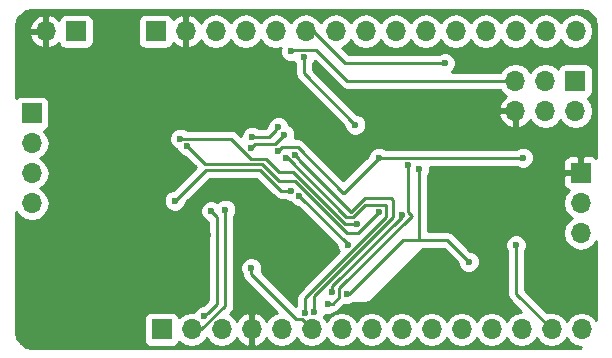
<source format=gbr>
G04 #@! TF.FileFunction,Copper,L2,Bot,Signal*
%FSLAX46Y46*%
G04 Gerber Fmt 4.6, Leading zero omitted, Abs format (unit mm)*
G04 Created by KiCad (PCBNEW 4.0.7) date 01/27/18 13:27:30*
%MOMM*%
%LPD*%
G01*
G04 APERTURE LIST*
%ADD10C,0.100000*%
%ADD11R,1.700000X1.700000*%
%ADD12O,1.700000X1.700000*%
%ADD13C,0.600000*%
%ADD14C,0.250000*%
%ADD15C,0.400000*%
%ADD16C,0.254000*%
G04 APERTURE END LIST*
D10*
D11*
X135500000Y-99500000D03*
D12*
X135500000Y-102040000D03*
X135500000Y-104580000D03*
D11*
X135040000Y-91710000D03*
D12*
X135040000Y-94250000D03*
X132500000Y-91710000D03*
X132500000Y-94250000D03*
X129960000Y-91710000D03*
X129960000Y-94250000D03*
D11*
X100000000Y-112750000D03*
D12*
X102540000Y-112750000D03*
X105080000Y-112750000D03*
X107620000Y-112750000D03*
X110160000Y-112750000D03*
X112700000Y-112750000D03*
X115240000Y-112750000D03*
X117780000Y-112750000D03*
X120320000Y-112750000D03*
X122860000Y-112750000D03*
X125400000Y-112750000D03*
X127940000Y-112750000D03*
X130480000Y-112750000D03*
X133020000Y-112750000D03*
X135560000Y-112750000D03*
D11*
X99500000Y-87500000D03*
D12*
X102040000Y-87500000D03*
X104580000Y-87500000D03*
X107120000Y-87500000D03*
X109660000Y-87500000D03*
X112200000Y-87500000D03*
X114740000Y-87500000D03*
X117280000Y-87500000D03*
X119820000Y-87500000D03*
X122360000Y-87500000D03*
X124900000Y-87500000D03*
X127440000Y-87500000D03*
X129980000Y-87500000D03*
X132520000Y-87500000D03*
X135060000Y-87500000D03*
D11*
X92750000Y-87500000D03*
D12*
X90210000Y-87500000D03*
D11*
X89000000Y-94460000D03*
D12*
X89000000Y-97000000D03*
X89000000Y-99540000D03*
X89000000Y-102080000D03*
D13*
X103618587Y-111625010D03*
X109900234Y-95625296D03*
X107652986Y-96441042D03*
X111000000Y-89200000D03*
X104200385Y-102717685D03*
X110233333Y-108106275D03*
X115470037Y-99949727D03*
X103900003Y-104718789D03*
X104825395Y-101000000D03*
X107400000Y-101800000D03*
X107600000Y-103400000D03*
X107200000Y-100600000D03*
X113949988Y-105400000D03*
X112600000Y-105400000D03*
X117024789Y-96805990D03*
X101850008Y-99149387D03*
X100600000Y-99000000D03*
X107820010Y-91965661D03*
X107300009Y-93600000D03*
X104200000Y-95400000D03*
X96200000Y-89200000D03*
X96000002Y-92000000D03*
X95800000Y-104400000D03*
X94400000Y-103400000D03*
X89600000Y-109600000D03*
X102000000Y-107200000D03*
X109800000Y-107600000D03*
X114750000Y-98850000D03*
X102650002Y-90000000D03*
X104400000Y-91600000D03*
X130899998Y-103200000D03*
X93391229Y-100530264D03*
X93407497Y-99895806D03*
X93286454Y-96637942D03*
X93235813Y-95988814D03*
X109850005Y-97652563D03*
X130600000Y-98200000D03*
X118400000Y-98200000D03*
X111309567Y-97988063D03*
X112942033Y-111245158D03*
X110400000Y-96249998D03*
X107600000Y-97400000D03*
X105400000Y-102600000D03*
X110560939Y-98270152D03*
X112148943Y-111350170D03*
X110998924Y-100992042D03*
X107595090Y-107558950D03*
X101123569Y-101843877D03*
X115770032Y-105570032D03*
X111659046Y-101443992D03*
X116523427Y-103790690D03*
X101600000Y-96600000D03*
X118374990Y-102825010D03*
X102165694Y-97225010D03*
X120322648Y-103097647D03*
X114430023Y-109549170D03*
X130000000Y-105600000D03*
X115680035Y-109747434D03*
X126000000Y-107000000D03*
X121800000Y-99200000D03*
X112062105Y-89718852D03*
X116400000Y-95400000D03*
X124000000Y-90200000D03*
X114066807Y-110589576D03*
X120864906Y-98861265D03*
D14*
X103918586Y-111325011D02*
X103618587Y-111625010D01*
X104682233Y-103199533D02*
X104682233Y-110561364D01*
X104200385Y-102717685D02*
X104682233Y-103199533D01*
X104682233Y-110561364D02*
X103918586Y-111325011D01*
X109600235Y-95925295D02*
X109900234Y-95625296D01*
X109084488Y-96441042D02*
X109600235Y-95925295D01*
X107652986Y-96441042D02*
X109084488Y-96441042D01*
X115718900Y-91710000D02*
X113102742Y-89093842D01*
X113102742Y-89093842D02*
X111106158Y-89093842D01*
X129960000Y-91710000D02*
X115718900Y-91710000D01*
X111106158Y-89093842D02*
X111000000Y-89200000D01*
X114750000Y-98850000D02*
X115470037Y-99570037D01*
X115470037Y-99570037D02*
X115470037Y-99949727D01*
X116794010Y-96805990D02*
X117024789Y-96805990D01*
X114750000Y-98850000D02*
X116794010Y-96805990D01*
X118400000Y-98200000D02*
X115418205Y-101181795D01*
X111511930Y-97306528D02*
X110196040Y-97306528D01*
X110196040Y-97306528D02*
X110150004Y-97352564D01*
X115418205Y-101181795D02*
X115387197Y-101181795D01*
X115387197Y-101181795D02*
X111511930Y-97306528D01*
X110150004Y-97352564D02*
X109850005Y-97652563D01*
X118400000Y-98200000D02*
X130600000Y-98200000D01*
X111609566Y-98409566D02*
X111609566Y-98288062D01*
X116000002Y-102799998D02*
X115999998Y-102799998D01*
X115999998Y-102799998D02*
X111609566Y-98409566D01*
X112942033Y-111245158D02*
X112942033Y-109918339D01*
X119600000Y-103260372D02*
X119600000Y-101800000D01*
X111609566Y-98288062D02*
X111309567Y-97988063D01*
X117200000Y-101600000D02*
X116000002Y-102799998D01*
X119400000Y-101600000D02*
X117200000Y-101600000D01*
X119600000Y-101800000D02*
X119400000Y-101600000D01*
X112942033Y-109918339D02*
X119600000Y-103260372D01*
X109596879Y-97053119D02*
X110100001Y-96549997D01*
X107600000Y-97400000D02*
X107946881Y-97053119D01*
X107946881Y-97053119D02*
X109596879Y-97053119D01*
X110100001Y-96549997D02*
X110400000Y-96249998D01*
X102540000Y-112750000D02*
X103383042Y-112750000D01*
X105400000Y-110733042D02*
X105400000Y-103024264D01*
X103383042Y-112750000D02*
X105400000Y-110733042D01*
X105400000Y-103024264D02*
X105400000Y-102600000D01*
X115651201Y-103250009D02*
X110671344Y-98270152D01*
X110671344Y-98270152D02*
X110560939Y-98270152D01*
X112148943Y-110075019D02*
X119000000Y-103223962D01*
X119000000Y-103223962D02*
X119000000Y-102200000D01*
X119000000Y-102200000D02*
X117236410Y-102200000D01*
X117236410Y-102200000D02*
X116186401Y-103250009D01*
X116186401Y-103250009D02*
X115651201Y-103250009D01*
X112148943Y-111350170D02*
X112148943Y-110075019D01*
X107595090Y-107558950D02*
X107595090Y-108077136D01*
X107595090Y-108077136D02*
X111417955Y-111900001D01*
X111417955Y-111900001D02*
X111850001Y-111900001D01*
X111850001Y-111900001D02*
X112700000Y-112750000D01*
D15*
X112524768Y-112750000D02*
X112700000Y-112750000D01*
D14*
X103749457Y-99217989D02*
X108350335Y-99217989D01*
X110574660Y-100992042D02*
X110998924Y-100992042D01*
X101123569Y-101843877D02*
X103749457Y-99217989D01*
X108350335Y-99217989D02*
X110124388Y-100992042D01*
X110124388Y-100992042D02*
X110574660Y-100992042D01*
X115770032Y-105554978D02*
X115770032Y-105570032D01*
X111659046Y-101443992D02*
X115770032Y-105554978D01*
X111151810Y-99388219D02*
X115554281Y-103790690D01*
X105874998Y-96600000D02*
X107592965Y-98317967D01*
X115554281Y-103790690D02*
X116099163Y-103790690D01*
X108865122Y-98317967D02*
X109935374Y-99388219D01*
X109935374Y-99388219D02*
X111151810Y-99388219D01*
X101600000Y-96600000D02*
X105874998Y-96600000D01*
X107592965Y-98317967D02*
X108865122Y-98317967D01*
X116099163Y-103790690D02*
X116523427Y-103790690D01*
X109918788Y-100150031D02*
X111277211Y-100150031D01*
X111277211Y-100150031D02*
X115677169Y-104549989D01*
X103708662Y-98767978D02*
X108536735Y-98767978D01*
X115677169Y-104549989D02*
X116650011Y-104549989D01*
X116650011Y-104549989D02*
X118074991Y-103125009D01*
X118074991Y-103125009D02*
X118374990Y-102825010D01*
X108536735Y-98767978D02*
X109918788Y-100150031D01*
X102165694Y-97225010D02*
X103708662Y-98767978D01*
X120322648Y-103192019D02*
X120322648Y-103097647D01*
X114430023Y-109084644D02*
X120322648Y-103192019D01*
X114430023Y-109549170D02*
X114430023Y-109084644D01*
X130000000Y-105600000D02*
X130000000Y-109730000D01*
X130000000Y-109730000D02*
X133020000Y-112750000D01*
X121800000Y-105200000D02*
X120426528Y-105200000D01*
X120426528Y-105200000D02*
X115879094Y-109747434D01*
X115879094Y-109747434D02*
X115680035Y-109747434D01*
X121800000Y-99200000D02*
X121800000Y-105200000D01*
X121800000Y-105200000D02*
X124200000Y-105200000D01*
X124200000Y-105200000D02*
X126000000Y-107000000D01*
X112062105Y-90143116D02*
X112062105Y-89718852D01*
X112062105Y-91062105D02*
X112062105Y-90143116D01*
X116400000Y-95400000D02*
X112062105Y-91062105D01*
X115525004Y-90200000D02*
X112825004Y-87500000D01*
X112825004Y-87500000D02*
X112200000Y-87500000D01*
X124000000Y-90200000D02*
X115525004Y-90200000D01*
X120864906Y-98861265D02*
X120864906Y-102776290D01*
X120864906Y-102776290D02*
X121188615Y-103099999D01*
X121188615Y-103099999D02*
X121204194Y-103099999D01*
X121204194Y-103099999D02*
X115055025Y-109249168D01*
X115055025Y-109249168D02*
X115055025Y-110025622D01*
X115055025Y-110025622D02*
X114491071Y-110589576D01*
X114491071Y-110589576D02*
X114066807Y-110589576D01*
D16*
G36*
X135998094Y-85797497D02*
X136179687Y-85918833D01*
X136581167Y-86320313D01*
X136702503Y-86501906D01*
X136815000Y-87067466D01*
X136815000Y-98216974D01*
X136709698Y-98111673D01*
X136476309Y-98015000D01*
X135785750Y-98015000D01*
X135627000Y-98173750D01*
X135627000Y-99373000D01*
X135647000Y-99373000D01*
X135647000Y-99627000D01*
X135627000Y-99627000D01*
X135627000Y-99647000D01*
X135373000Y-99647000D01*
X135373000Y-99627000D01*
X134173750Y-99627000D01*
X134015000Y-99785750D01*
X134015000Y-100476310D01*
X134111673Y-100709699D01*
X134290302Y-100888327D01*
X134464777Y-100960597D01*
X134420853Y-100989946D01*
X134098946Y-101471715D01*
X133985907Y-102040000D01*
X134098946Y-102608285D01*
X134420853Y-103090054D01*
X134750026Y-103310000D01*
X134420853Y-103529946D01*
X134098946Y-104011715D01*
X133985907Y-104580000D01*
X134098946Y-105148285D01*
X134420853Y-105630054D01*
X134902622Y-105951961D01*
X135470907Y-106065000D01*
X135529093Y-106065000D01*
X136097378Y-105951961D01*
X136579147Y-105630054D01*
X136815000Y-105277074D01*
X136815000Y-111977577D01*
X136610054Y-111670853D01*
X136128285Y-111348946D01*
X135560000Y-111235907D01*
X134991715Y-111348946D01*
X134509946Y-111670853D01*
X134290000Y-112000026D01*
X134070054Y-111670853D01*
X133588285Y-111348946D01*
X133020000Y-111235907D01*
X132653592Y-111308790D01*
X130760000Y-109415198D01*
X130760000Y-106162463D01*
X130792192Y-106130327D01*
X130934838Y-105786799D01*
X130935162Y-105414833D01*
X130793117Y-105071057D01*
X130530327Y-104807808D01*
X130186799Y-104665162D01*
X129814833Y-104664838D01*
X129471057Y-104806883D01*
X129207808Y-105069673D01*
X129065162Y-105413201D01*
X129064838Y-105785167D01*
X129206883Y-106128943D01*
X129240000Y-106162118D01*
X129240000Y-109730000D01*
X129297852Y-110020839D01*
X129462599Y-110267401D01*
X130439217Y-111244019D01*
X129911715Y-111348946D01*
X129429946Y-111670853D01*
X129210000Y-112000026D01*
X128990054Y-111670853D01*
X128508285Y-111348946D01*
X127940000Y-111235907D01*
X127371715Y-111348946D01*
X126889946Y-111670853D01*
X126670000Y-112000026D01*
X126450054Y-111670853D01*
X125968285Y-111348946D01*
X125400000Y-111235907D01*
X124831715Y-111348946D01*
X124349946Y-111670853D01*
X124130000Y-112000026D01*
X123910054Y-111670853D01*
X123428285Y-111348946D01*
X122860000Y-111235907D01*
X122291715Y-111348946D01*
X121809946Y-111670853D01*
X121590000Y-112000026D01*
X121370054Y-111670853D01*
X120888285Y-111348946D01*
X120320000Y-111235907D01*
X119751715Y-111348946D01*
X119269946Y-111670853D01*
X119050000Y-112000026D01*
X118830054Y-111670853D01*
X118348285Y-111348946D01*
X117780000Y-111235907D01*
X117211715Y-111348946D01*
X116729946Y-111670853D01*
X116510000Y-112000026D01*
X116290054Y-111670853D01*
X115808285Y-111348946D01*
X115240000Y-111235907D01*
X114671715Y-111348946D01*
X114189946Y-111670853D01*
X113970000Y-112000026D01*
X113767087Y-111696345D01*
X113844587Y-111509706D01*
X113880008Y-111524414D01*
X114251974Y-111524738D01*
X114595750Y-111382693D01*
X114663229Y-111315331D01*
X114781910Y-111291724D01*
X115028472Y-111126977D01*
X115479062Y-110676387D01*
X115493236Y-110682272D01*
X115865202Y-110682596D01*
X116208978Y-110540551D01*
X116242153Y-110507434D01*
X117252566Y-110507434D01*
X117543405Y-110449582D01*
X117789967Y-110284835D01*
X122114802Y-105960000D01*
X123885198Y-105960000D01*
X125064878Y-107139680D01*
X125064838Y-107185167D01*
X125206883Y-107528943D01*
X125469673Y-107792192D01*
X125813201Y-107934838D01*
X126185167Y-107935162D01*
X126528943Y-107793117D01*
X126792192Y-107530327D01*
X126934838Y-107186799D01*
X126935162Y-106814833D01*
X126793117Y-106471057D01*
X126530327Y-106207808D01*
X126186799Y-106065162D01*
X126139923Y-106065121D01*
X124737401Y-104662599D01*
X124490839Y-104497852D01*
X124200000Y-104440000D01*
X122560000Y-104440000D01*
X122560000Y-99762463D01*
X122592192Y-99730327D01*
X122734838Y-99386799D01*
X122735162Y-99014833D01*
X122712506Y-98960000D01*
X130037537Y-98960000D01*
X130069673Y-98992192D01*
X130413201Y-99134838D01*
X130785167Y-99135162D01*
X131128943Y-98993117D01*
X131392192Y-98730327D01*
X131477995Y-98523690D01*
X134015000Y-98523690D01*
X134015000Y-99214250D01*
X134173750Y-99373000D01*
X135373000Y-99373000D01*
X135373000Y-98173750D01*
X135214250Y-98015000D01*
X134523691Y-98015000D01*
X134290302Y-98111673D01*
X134111673Y-98290301D01*
X134015000Y-98523690D01*
X131477995Y-98523690D01*
X131534838Y-98386799D01*
X131535162Y-98014833D01*
X131393117Y-97671057D01*
X131130327Y-97407808D01*
X130786799Y-97265162D01*
X130414833Y-97264838D01*
X130071057Y-97406883D01*
X130037882Y-97440000D01*
X118962463Y-97440000D01*
X118930327Y-97407808D01*
X118586799Y-97265162D01*
X118214833Y-97264838D01*
X117871057Y-97406883D01*
X117607808Y-97669673D01*
X117465162Y-98013201D01*
X117465121Y-98060077D01*
X115402701Y-100122497D01*
X112049331Y-96769127D01*
X111802769Y-96604380D01*
X111511930Y-96546528D01*
X111289273Y-96546528D01*
X111334838Y-96436797D01*
X111335162Y-96064831D01*
X111193117Y-95721055D01*
X110930327Y-95457806D01*
X110824552Y-95413884D01*
X110693351Y-95096353D01*
X110430561Y-94833104D01*
X110087033Y-94690458D01*
X109715067Y-94690134D01*
X109371291Y-94832179D01*
X109108042Y-95094969D01*
X108965396Y-95438497D01*
X108965355Y-95485373D01*
X108769686Y-95681042D01*
X108215449Y-95681042D01*
X108183313Y-95648850D01*
X107839785Y-95506204D01*
X107467819Y-95505880D01*
X107124043Y-95647925D01*
X106860794Y-95910715D01*
X106718148Y-96254243D01*
X106718049Y-96368249D01*
X106412399Y-96062599D01*
X106165837Y-95897852D01*
X105874998Y-95840000D01*
X102162463Y-95840000D01*
X102130327Y-95807808D01*
X101786799Y-95665162D01*
X101414833Y-95664838D01*
X101071057Y-95806883D01*
X100807808Y-96069673D01*
X100665162Y-96413201D01*
X100664838Y-96785167D01*
X100806883Y-97128943D01*
X101069673Y-97392192D01*
X101254877Y-97469096D01*
X101372577Y-97753953D01*
X101635367Y-98017202D01*
X101978895Y-98159848D01*
X102025771Y-98159889D01*
X102879263Y-99013381D01*
X100983889Y-100908755D01*
X100938402Y-100908715D01*
X100594626Y-101050760D01*
X100331377Y-101313550D01*
X100188731Y-101657078D01*
X100188407Y-102029044D01*
X100330452Y-102372820D01*
X100593242Y-102636069D01*
X100936770Y-102778715D01*
X101308736Y-102779039D01*
X101652512Y-102636994D01*
X101915761Y-102374204D01*
X102058407Y-102030676D01*
X102058448Y-101983800D01*
X104064259Y-99977989D01*
X108035533Y-99977989D01*
X109586987Y-101529443D01*
X109833549Y-101694190D01*
X110124388Y-101752042D01*
X110436461Y-101752042D01*
X110468597Y-101784234D01*
X110812125Y-101926880D01*
X110846912Y-101926910D01*
X110865929Y-101972935D01*
X111128719Y-102236184D01*
X111472247Y-102378830D01*
X111519123Y-102378871D01*
X114834923Y-105694671D01*
X114834870Y-105755199D01*
X114976915Y-106098975D01*
X115013518Y-106135642D01*
X111611542Y-109537618D01*
X111446795Y-109784180D01*
X111388943Y-110075019D01*
X111388943Y-110787707D01*
X111384699Y-110791943D01*
X108473763Y-107881007D01*
X108529928Y-107745749D01*
X108530252Y-107373783D01*
X108388207Y-107030007D01*
X108125417Y-106766758D01*
X107781889Y-106624112D01*
X107409923Y-106623788D01*
X107066147Y-106765833D01*
X106802898Y-107028623D01*
X106660252Y-107372151D01*
X106659928Y-107744117D01*
X106801973Y-108087893D01*
X106846003Y-108132000D01*
X106892942Y-108367975D01*
X107057689Y-108614537D01*
X109758852Y-111315700D01*
X109591715Y-111348946D01*
X109109946Y-111670853D01*
X108882298Y-112011553D01*
X108815183Y-111868642D01*
X108386924Y-111478355D01*
X107976890Y-111308524D01*
X107747000Y-111429845D01*
X107747000Y-112623000D01*
X107767000Y-112623000D01*
X107767000Y-112877000D01*
X107747000Y-112877000D01*
X107747000Y-114070155D01*
X107976890Y-114191476D01*
X108386924Y-114021645D01*
X108815183Y-113631358D01*
X108882298Y-113488447D01*
X109109946Y-113829147D01*
X109591715Y-114151054D01*
X110160000Y-114264093D01*
X110728285Y-114151054D01*
X111210054Y-113829147D01*
X111430000Y-113499974D01*
X111649946Y-113829147D01*
X112131715Y-114151054D01*
X112700000Y-114264093D01*
X113268285Y-114151054D01*
X113750054Y-113829147D01*
X113970000Y-113499974D01*
X114189946Y-113829147D01*
X114671715Y-114151054D01*
X115240000Y-114264093D01*
X115808285Y-114151054D01*
X116290054Y-113829147D01*
X116510000Y-113499974D01*
X116729946Y-113829147D01*
X117211715Y-114151054D01*
X117780000Y-114264093D01*
X118348285Y-114151054D01*
X118830054Y-113829147D01*
X119050000Y-113499974D01*
X119269946Y-113829147D01*
X119751715Y-114151054D01*
X120320000Y-114264093D01*
X120888285Y-114151054D01*
X121370054Y-113829147D01*
X121590000Y-113499974D01*
X121809946Y-113829147D01*
X122291715Y-114151054D01*
X122860000Y-114264093D01*
X123428285Y-114151054D01*
X123910054Y-113829147D01*
X124130000Y-113499974D01*
X124349946Y-113829147D01*
X124831715Y-114151054D01*
X125400000Y-114264093D01*
X125968285Y-114151054D01*
X126450054Y-113829147D01*
X126670000Y-113499974D01*
X126889946Y-113829147D01*
X127371715Y-114151054D01*
X127940000Y-114264093D01*
X128508285Y-114151054D01*
X128990054Y-113829147D01*
X129210000Y-113499974D01*
X129429946Y-113829147D01*
X129911715Y-114151054D01*
X130480000Y-114264093D01*
X131048285Y-114151054D01*
X131530054Y-113829147D01*
X131750000Y-113499974D01*
X131969946Y-113829147D01*
X132451715Y-114151054D01*
X133020000Y-114264093D01*
X133588285Y-114151054D01*
X134070054Y-113829147D01*
X134290000Y-113499974D01*
X134509946Y-113829147D01*
X134991715Y-114151054D01*
X135498593Y-114251878D01*
X135424951Y-114315000D01*
X89067466Y-114315000D01*
X88501906Y-114202503D01*
X88079643Y-113920357D01*
X87797497Y-113498094D01*
X87685000Y-112932533D01*
X87685000Y-111900000D01*
X98502560Y-111900000D01*
X98502560Y-113600000D01*
X98546838Y-113835317D01*
X98685910Y-114051441D01*
X98898110Y-114196431D01*
X99150000Y-114247440D01*
X100850000Y-114247440D01*
X101085317Y-114203162D01*
X101301441Y-114064090D01*
X101446431Y-113851890D01*
X101460086Y-113784459D01*
X101489946Y-113829147D01*
X101971715Y-114151054D01*
X102540000Y-114264093D01*
X103108285Y-114151054D01*
X103590054Y-113829147D01*
X103810000Y-113499974D01*
X104029946Y-113829147D01*
X104511715Y-114151054D01*
X105080000Y-114264093D01*
X105648285Y-114151054D01*
X106130054Y-113829147D01*
X106357702Y-113488447D01*
X106424817Y-113631358D01*
X106853076Y-114021645D01*
X107263110Y-114191476D01*
X107493000Y-114070155D01*
X107493000Y-112877000D01*
X107473000Y-112877000D01*
X107473000Y-112623000D01*
X107493000Y-112623000D01*
X107493000Y-111429845D01*
X107263110Y-111308524D01*
X106853076Y-111478355D01*
X106424817Y-111868642D01*
X106357702Y-112011553D01*
X106130054Y-111670853D01*
X105774538Y-111433306D01*
X105937401Y-111270443D01*
X106102148Y-111023882D01*
X106160000Y-110733042D01*
X106160000Y-103162463D01*
X106192192Y-103130327D01*
X106334838Y-102786799D01*
X106335162Y-102414833D01*
X106193117Y-102071057D01*
X105930327Y-101807808D01*
X105586799Y-101665162D01*
X105214833Y-101664838D01*
X104871057Y-101806883D01*
X104741457Y-101936257D01*
X104730712Y-101925493D01*
X104387184Y-101782847D01*
X104015218Y-101782523D01*
X103671442Y-101924568D01*
X103408193Y-102187358D01*
X103265547Y-102530886D01*
X103265223Y-102902852D01*
X103407268Y-103246628D01*
X103670058Y-103509877D01*
X103922233Y-103614590D01*
X103922233Y-110246562D01*
X103478907Y-110689888D01*
X103433420Y-110689848D01*
X103089644Y-110831893D01*
X102826395Y-111094683D01*
X102750377Y-111277754D01*
X102540000Y-111235907D01*
X101971715Y-111348946D01*
X101489946Y-111670853D01*
X101462150Y-111712452D01*
X101453162Y-111664683D01*
X101314090Y-111448559D01*
X101101890Y-111303569D01*
X100850000Y-111252560D01*
X99150000Y-111252560D01*
X98914683Y-111296838D01*
X98698559Y-111435910D01*
X98553569Y-111648110D01*
X98502560Y-111900000D01*
X87685000Y-111900000D01*
X87685000Y-102777074D01*
X87920853Y-103130054D01*
X88402622Y-103451961D01*
X88970907Y-103565000D01*
X89029093Y-103565000D01*
X89597378Y-103451961D01*
X90079147Y-103130054D01*
X90401054Y-102648285D01*
X90514093Y-102080000D01*
X90401054Y-101511715D01*
X90079147Y-101029946D01*
X89749974Y-100810000D01*
X90079147Y-100590054D01*
X90401054Y-100108285D01*
X90514093Y-99540000D01*
X90401054Y-98971715D01*
X90079147Y-98489946D01*
X89749974Y-98270000D01*
X90079147Y-98050054D01*
X90401054Y-97568285D01*
X90514093Y-97000000D01*
X90401054Y-96431715D01*
X90079147Y-95949946D01*
X90037548Y-95922150D01*
X90085317Y-95913162D01*
X90301441Y-95774090D01*
X90446431Y-95561890D01*
X90497440Y-95310000D01*
X90497440Y-93610000D01*
X90453162Y-93374683D01*
X90314090Y-93158559D01*
X90101890Y-93013569D01*
X89850000Y-92962560D01*
X88150000Y-92962560D01*
X87914683Y-93006838D01*
X87698559Y-93145910D01*
X87685000Y-93165754D01*
X87685000Y-87856892D01*
X88768514Y-87856892D01*
X89014817Y-88381358D01*
X89443076Y-88771645D01*
X89853110Y-88941476D01*
X90083000Y-88820155D01*
X90083000Y-87627000D01*
X88889181Y-87627000D01*
X88768514Y-87856892D01*
X87685000Y-87856892D01*
X87685000Y-87143108D01*
X88768514Y-87143108D01*
X88889181Y-87373000D01*
X90083000Y-87373000D01*
X90083000Y-86179845D01*
X90337000Y-86179845D01*
X90337000Y-87373000D01*
X90357000Y-87373000D01*
X90357000Y-87627000D01*
X90337000Y-87627000D01*
X90337000Y-88820155D01*
X90566890Y-88941476D01*
X90976924Y-88771645D01*
X91279937Y-88495499D01*
X91296838Y-88585317D01*
X91435910Y-88801441D01*
X91648110Y-88946431D01*
X91900000Y-88997440D01*
X93600000Y-88997440D01*
X93835317Y-88953162D01*
X94051441Y-88814090D01*
X94196431Y-88601890D01*
X94247440Y-88350000D01*
X94247440Y-86650000D01*
X98002560Y-86650000D01*
X98002560Y-88350000D01*
X98046838Y-88585317D01*
X98185910Y-88801441D01*
X98398110Y-88946431D01*
X98650000Y-88997440D01*
X100350000Y-88997440D01*
X100585317Y-88953162D01*
X100801441Y-88814090D01*
X100946431Y-88601890D01*
X100968301Y-88493893D01*
X101273076Y-88771645D01*
X101683110Y-88941476D01*
X101913000Y-88820155D01*
X101913000Y-87627000D01*
X101893000Y-87627000D01*
X101893000Y-87373000D01*
X101913000Y-87373000D01*
X101913000Y-86179845D01*
X102167000Y-86179845D01*
X102167000Y-87373000D01*
X102187000Y-87373000D01*
X102187000Y-87627000D01*
X102167000Y-87627000D01*
X102167000Y-88820155D01*
X102396890Y-88941476D01*
X102806924Y-88771645D01*
X103235183Y-88381358D01*
X103302298Y-88238447D01*
X103529946Y-88579147D01*
X104011715Y-88901054D01*
X104580000Y-89014093D01*
X105148285Y-88901054D01*
X105630054Y-88579147D01*
X105850000Y-88249974D01*
X106069946Y-88579147D01*
X106551715Y-88901054D01*
X107120000Y-89014093D01*
X107688285Y-88901054D01*
X108170054Y-88579147D01*
X108390000Y-88249974D01*
X108609946Y-88579147D01*
X109091715Y-88901054D01*
X109660000Y-89014093D01*
X110101236Y-88926326D01*
X110065162Y-89013201D01*
X110064838Y-89385167D01*
X110206883Y-89728943D01*
X110469673Y-89992192D01*
X110813201Y-90134838D01*
X111185167Y-90135162D01*
X111217012Y-90122004D01*
X111268988Y-90247795D01*
X111302105Y-90280970D01*
X111302105Y-91062105D01*
X111359957Y-91352944D01*
X111524704Y-91599506D01*
X115464878Y-95539680D01*
X115464838Y-95585167D01*
X115606883Y-95928943D01*
X115869673Y-96192192D01*
X116213201Y-96334838D01*
X116585167Y-96335162D01*
X116928943Y-96193117D01*
X117192192Y-95930327D01*
X117334838Y-95586799D01*
X117335162Y-95214833D01*
X117193117Y-94871057D01*
X116930327Y-94607808D01*
X116928122Y-94606892D01*
X128518514Y-94606892D01*
X128764817Y-95131358D01*
X129193076Y-95521645D01*
X129603110Y-95691476D01*
X129833000Y-95570155D01*
X129833000Y-94377000D01*
X128639181Y-94377000D01*
X128518514Y-94606892D01*
X116928122Y-94606892D01*
X116586799Y-94465162D01*
X116539923Y-94465121D01*
X112822105Y-90747303D01*
X112822105Y-90281315D01*
X112854297Y-90249179D01*
X112950821Y-90016723D01*
X115181499Y-92247401D01*
X115428061Y-92412148D01*
X115718900Y-92470000D01*
X128696699Y-92470000D01*
X128909946Y-92789147D01*
X129193101Y-92978345D01*
X129193076Y-92978355D01*
X128764817Y-93368642D01*
X128518514Y-93893108D01*
X128639181Y-94123000D01*
X129833000Y-94123000D01*
X129833000Y-94103000D01*
X130087000Y-94103000D01*
X130087000Y-94123000D01*
X130107000Y-94123000D01*
X130107000Y-94377000D01*
X130087000Y-94377000D01*
X130087000Y-95570155D01*
X130316890Y-95691476D01*
X130726924Y-95521645D01*
X131155183Y-95131358D01*
X131222298Y-94988447D01*
X131449946Y-95329147D01*
X131931715Y-95651054D01*
X132500000Y-95764093D01*
X133068285Y-95651054D01*
X133550054Y-95329147D01*
X133770000Y-94999974D01*
X133989946Y-95329147D01*
X134471715Y-95651054D01*
X135040000Y-95764093D01*
X135608285Y-95651054D01*
X136090054Y-95329147D01*
X136411961Y-94847378D01*
X136525000Y-94279093D01*
X136525000Y-94220907D01*
X136411961Y-93652622D01*
X136090054Y-93170853D01*
X136088821Y-93170029D01*
X136125317Y-93163162D01*
X136341441Y-93024090D01*
X136486431Y-92811890D01*
X136537440Y-92560000D01*
X136537440Y-90860000D01*
X136493162Y-90624683D01*
X136354090Y-90408559D01*
X136141890Y-90263569D01*
X135890000Y-90212560D01*
X134190000Y-90212560D01*
X133954683Y-90256838D01*
X133738559Y-90395910D01*
X133593569Y-90608110D01*
X133579914Y-90675541D01*
X133550054Y-90630853D01*
X133068285Y-90308946D01*
X132500000Y-90195907D01*
X131931715Y-90308946D01*
X131449946Y-90630853D01*
X131230000Y-90960026D01*
X131010054Y-90630853D01*
X130528285Y-90308946D01*
X129960000Y-90195907D01*
X129391715Y-90308946D01*
X128909946Y-90630853D01*
X128696699Y-90950000D01*
X124572135Y-90950000D01*
X124792192Y-90730327D01*
X124934838Y-90386799D01*
X124935162Y-90014833D01*
X124793117Y-89671057D01*
X124530327Y-89407808D01*
X124186799Y-89265162D01*
X123814833Y-89264838D01*
X123471057Y-89406883D01*
X123437882Y-89440000D01*
X115839806Y-89440000D01*
X115302092Y-88902286D01*
X115308285Y-88901054D01*
X115790054Y-88579147D01*
X116010000Y-88249974D01*
X116229946Y-88579147D01*
X116711715Y-88901054D01*
X117280000Y-89014093D01*
X117848285Y-88901054D01*
X118330054Y-88579147D01*
X118550000Y-88249974D01*
X118769946Y-88579147D01*
X119251715Y-88901054D01*
X119820000Y-89014093D01*
X120388285Y-88901054D01*
X120870054Y-88579147D01*
X121090000Y-88249974D01*
X121309946Y-88579147D01*
X121791715Y-88901054D01*
X122360000Y-89014093D01*
X122928285Y-88901054D01*
X123410054Y-88579147D01*
X123630000Y-88249974D01*
X123849946Y-88579147D01*
X124331715Y-88901054D01*
X124900000Y-89014093D01*
X125468285Y-88901054D01*
X125950054Y-88579147D01*
X126170000Y-88249974D01*
X126389946Y-88579147D01*
X126871715Y-88901054D01*
X127440000Y-89014093D01*
X128008285Y-88901054D01*
X128490054Y-88579147D01*
X128710000Y-88249974D01*
X128929946Y-88579147D01*
X129411715Y-88901054D01*
X129980000Y-89014093D01*
X130548285Y-88901054D01*
X131030054Y-88579147D01*
X131250000Y-88249974D01*
X131469946Y-88579147D01*
X131951715Y-88901054D01*
X132520000Y-89014093D01*
X133088285Y-88901054D01*
X133570054Y-88579147D01*
X133790000Y-88249974D01*
X134009946Y-88579147D01*
X134491715Y-88901054D01*
X135060000Y-89014093D01*
X135628285Y-88901054D01*
X136110054Y-88579147D01*
X136431961Y-88097378D01*
X136545000Y-87529093D01*
X136545000Y-87470907D01*
X136431961Y-86902622D01*
X136110054Y-86420853D01*
X135628285Y-86098946D01*
X135060000Y-85985907D01*
X134491715Y-86098946D01*
X134009946Y-86420853D01*
X133790000Y-86750026D01*
X133570054Y-86420853D01*
X133088285Y-86098946D01*
X132520000Y-85985907D01*
X131951715Y-86098946D01*
X131469946Y-86420853D01*
X131250000Y-86750026D01*
X131030054Y-86420853D01*
X130548285Y-86098946D01*
X129980000Y-85985907D01*
X129411715Y-86098946D01*
X128929946Y-86420853D01*
X128710000Y-86750026D01*
X128490054Y-86420853D01*
X128008285Y-86098946D01*
X127440000Y-85985907D01*
X126871715Y-86098946D01*
X126389946Y-86420853D01*
X126170000Y-86750026D01*
X125950054Y-86420853D01*
X125468285Y-86098946D01*
X124900000Y-85985907D01*
X124331715Y-86098946D01*
X123849946Y-86420853D01*
X123630000Y-86750026D01*
X123410054Y-86420853D01*
X122928285Y-86098946D01*
X122360000Y-85985907D01*
X121791715Y-86098946D01*
X121309946Y-86420853D01*
X121090000Y-86750026D01*
X120870054Y-86420853D01*
X120388285Y-86098946D01*
X119820000Y-85985907D01*
X119251715Y-86098946D01*
X118769946Y-86420853D01*
X118550000Y-86750026D01*
X118330054Y-86420853D01*
X117848285Y-86098946D01*
X117280000Y-85985907D01*
X116711715Y-86098946D01*
X116229946Y-86420853D01*
X116010000Y-86750026D01*
X115790054Y-86420853D01*
X115308285Y-86098946D01*
X114740000Y-85985907D01*
X114171715Y-86098946D01*
X113689946Y-86420853D01*
X113470000Y-86750026D01*
X113250054Y-86420853D01*
X112768285Y-86098946D01*
X112200000Y-85985907D01*
X111631715Y-86098946D01*
X111149946Y-86420853D01*
X110930000Y-86750026D01*
X110710054Y-86420853D01*
X110228285Y-86098946D01*
X109660000Y-85985907D01*
X109091715Y-86098946D01*
X108609946Y-86420853D01*
X108390000Y-86750026D01*
X108170054Y-86420853D01*
X107688285Y-86098946D01*
X107120000Y-85985907D01*
X106551715Y-86098946D01*
X106069946Y-86420853D01*
X105850000Y-86750026D01*
X105630054Y-86420853D01*
X105148285Y-86098946D01*
X104580000Y-85985907D01*
X104011715Y-86098946D01*
X103529946Y-86420853D01*
X103302298Y-86761553D01*
X103235183Y-86618642D01*
X102806924Y-86228355D01*
X102396890Y-86058524D01*
X102167000Y-86179845D01*
X101913000Y-86179845D01*
X101683110Y-86058524D01*
X101273076Y-86228355D01*
X100970063Y-86504501D01*
X100953162Y-86414683D01*
X100814090Y-86198559D01*
X100601890Y-86053569D01*
X100350000Y-86002560D01*
X98650000Y-86002560D01*
X98414683Y-86046838D01*
X98198559Y-86185910D01*
X98053569Y-86398110D01*
X98002560Y-86650000D01*
X94247440Y-86650000D01*
X94203162Y-86414683D01*
X94064090Y-86198559D01*
X93851890Y-86053569D01*
X93600000Y-86002560D01*
X91900000Y-86002560D01*
X91664683Y-86046838D01*
X91448559Y-86185910D01*
X91303569Y-86398110D01*
X91281699Y-86506107D01*
X90976924Y-86228355D01*
X90566890Y-86058524D01*
X90337000Y-86179845D01*
X90083000Y-86179845D01*
X89853110Y-86058524D01*
X89443076Y-86228355D01*
X89014817Y-86618642D01*
X88768514Y-87143108D01*
X87685000Y-87143108D01*
X87685000Y-87067467D01*
X87797497Y-86501906D01*
X88010138Y-86183665D01*
X88314850Y-85922483D01*
X88501906Y-85797497D01*
X89067466Y-85685000D01*
X135432533Y-85685000D01*
X135998094Y-85797497D01*
X135998094Y-85797497D01*
G37*
X135998094Y-85797497D02*
X136179687Y-85918833D01*
X136581167Y-86320313D01*
X136702503Y-86501906D01*
X136815000Y-87067466D01*
X136815000Y-98216974D01*
X136709698Y-98111673D01*
X136476309Y-98015000D01*
X135785750Y-98015000D01*
X135627000Y-98173750D01*
X135627000Y-99373000D01*
X135647000Y-99373000D01*
X135647000Y-99627000D01*
X135627000Y-99627000D01*
X135627000Y-99647000D01*
X135373000Y-99647000D01*
X135373000Y-99627000D01*
X134173750Y-99627000D01*
X134015000Y-99785750D01*
X134015000Y-100476310D01*
X134111673Y-100709699D01*
X134290302Y-100888327D01*
X134464777Y-100960597D01*
X134420853Y-100989946D01*
X134098946Y-101471715D01*
X133985907Y-102040000D01*
X134098946Y-102608285D01*
X134420853Y-103090054D01*
X134750026Y-103310000D01*
X134420853Y-103529946D01*
X134098946Y-104011715D01*
X133985907Y-104580000D01*
X134098946Y-105148285D01*
X134420853Y-105630054D01*
X134902622Y-105951961D01*
X135470907Y-106065000D01*
X135529093Y-106065000D01*
X136097378Y-105951961D01*
X136579147Y-105630054D01*
X136815000Y-105277074D01*
X136815000Y-111977577D01*
X136610054Y-111670853D01*
X136128285Y-111348946D01*
X135560000Y-111235907D01*
X134991715Y-111348946D01*
X134509946Y-111670853D01*
X134290000Y-112000026D01*
X134070054Y-111670853D01*
X133588285Y-111348946D01*
X133020000Y-111235907D01*
X132653592Y-111308790D01*
X130760000Y-109415198D01*
X130760000Y-106162463D01*
X130792192Y-106130327D01*
X130934838Y-105786799D01*
X130935162Y-105414833D01*
X130793117Y-105071057D01*
X130530327Y-104807808D01*
X130186799Y-104665162D01*
X129814833Y-104664838D01*
X129471057Y-104806883D01*
X129207808Y-105069673D01*
X129065162Y-105413201D01*
X129064838Y-105785167D01*
X129206883Y-106128943D01*
X129240000Y-106162118D01*
X129240000Y-109730000D01*
X129297852Y-110020839D01*
X129462599Y-110267401D01*
X130439217Y-111244019D01*
X129911715Y-111348946D01*
X129429946Y-111670853D01*
X129210000Y-112000026D01*
X128990054Y-111670853D01*
X128508285Y-111348946D01*
X127940000Y-111235907D01*
X127371715Y-111348946D01*
X126889946Y-111670853D01*
X126670000Y-112000026D01*
X126450054Y-111670853D01*
X125968285Y-111348946D01*
X125400000Y-111235907D01*
X124831715Y-111348946D01*
X124349946Y-111670853D01*
X124130000Y-112000026D01*
X123910054Y-111670853D01*
X123428285Y-111348946D01*
X122860000Y-111235907D01*
X122291715Y-111348946D01*
X121809946Y-111670853D01*
X121590000Y-112000026D01*
X121370054Y-111670853D01*
X120888285Y-111348946D01*
X120320000Y-111235907D01*
X119751715Y-111348946D01*
X119269946Y-111670853D01*
X119050000Y-112000026D01*
X118830054Y-111670853D01*
X118348285Y-111348946D01*
X117780000Y-111235907D01*
X117211715Y-111348946D01*
X116729946Y-111670853D01*
X116510000Y-112000026D01*
X116290054Y-111670853D01*
X115808285Y-111348946D01*
X115240000Y-111235907D01*
X114671715Y-111348946D01*
X114189946Y-111670853D01*
X113970000Y-112000026D01*
X113767087Y-111696345D01*
X113844587Y-111509706D01*
X113880008Y-111524414D01*
X114251974Y-111524738D01*
X114595750Y-111382693D01*
X114663229Y-111315331D01*
X114781910Y-111291724D01*
X115028472Y-111126977D01*
X115479062Y-110676387D01*
X115493236Y-110682272D01*
X115865202Y-110682596D01*
X116208978Y-110540551D01*
X116242153Y-110507434D01*
X117252566Y-110507434D01*
X117543405Y-110449582D01*
X117789967Y-110284835D01*
X122114802Y-105960000D01*
X123885198Y-105960000D01*
X125064878Y-107139680D01*
X125064838Y-107185167D01*
X125206883Y-107528943D01*
X125469673Y-107792192D01*
X125813201Y-107934838D01*
X126185167Y-107935162D01*
X126528943Y-107793117D01*
X126792192Y-107530327D01*
X126934838Y-107186799D01*
X126935162Y-106814833D01*
X126793117Y-106471057D01*
X126530327Y-106207808D01*
X126186799Y-106065162D01*
X126139923Y-106065121D01*
X124737401Y-104662599D01*
X124490839Y-104497852D01*
X124200000Y-104440000D01*
X122560000Y-104440000D01*
X122560000Y-99762463D01*
X122592192Y-99730327D01*
X122734838Y-99386799D01*
X122735162Y-99014833D01*
X122712506Y-98960000D01*
X130037537Y-98960000D01*
X130069673Y-98992192D01*
X130413201Y-99134838D01*
X130785167Y-99135162D01*
X131128943Y-98993117D01*
X131392192Y-98730327D01*
X131477995Y-98523690D01*
X134015000Y-98523690D01*
X134015000Y-99214250D01*
X134173750Y-99373000D01*
X135373000Y-99373000D01*
X135373000Y-98173750D01*
X135214250Y-98015000D01*
X134523691Y-98015000D01*
X134290302Y-98111673D01*
X134111673Y-98290301D01*
X134015000Y-98523690D01*
X131477995Y-98523690D01*
X131534838Y-98386799D01*
X131535162Y-98014833D01*
X131393117Y-97671057D01*
X131130327Y-97407808D01*
X130786799Y-97265162D01*
X130414833Y-97264838D01*
X130071057Y-97406883D01*
X130037882Y-97440000D01*
X118962463Y-97440000D01*
X118930327Y-97407808D01*
X118586799Y-97265162D01*
X118214833Y-97264838D01*
X117871057Y-97406883D01*
X117607808Y-97669673D01*
X117465162Y-98013201D01*
X117465121Y-98060077D01*
X115402701Y-100122497D01*
X112049331Y-96769127D01*
X111802769Y-96604380D01*
X111511930Y-96546528D01*
X111289273Y-96546528D01*
X111334838Y-96436797D01*
X111335162Y-96064831D01*
X111193117Y-95721055D01*
X110930327Y-95457806D01*
X110824552Y-95413884D01*
X110693351Y-95096353D01*
X110430561Y-94833104D01*
X110087033Y-94690458D01*
X109715067Y-94690134D01*
X109371291Y-94832179D01*
X109108042Y-95094969D01*
X108965396Y-95438497D01*
X108965355Y-95485373D01*
X108769686Y-95681042D01*
X108215449Y-95681042D01*
X108183313Y-95648850D01*
X107839785Y-95506204D01*
X107467819Y-95505880D01*
X107124043Y-95647925D01*
X106860794Y-95910715D01*
X106718148Y-96254243D01*
X106718049Y-96368249D01*
X106412399Y-96062599D01*
X106165837Y-95897852D01*
X105874998Y-95840000D01*
X102162463Y-95840000D01*
X102130327Y-95807808D01*
X101786799Y-95665162D01*
X101414833Y-95664838D01*
X101071057Y-95806883D01*
X100807808Y-96069673D01*
X100665162Y-96413201D01*
X100664838Y-96785167D01*
X100806883Y-97128943D01*
X101069673Y-97392192D01*
X101254877Y-97469096D01*
X101372577Y-97753953D01*
X101635367Y-98017202D01*
X101978895Y-98159848D01*
X102025771Y-98159889D01*
X102879263Y-99013381D01*
X100983889Y-100908755D01*
X100938402Y-100908715D01*
X100594626Y-101050760D01*
X100331377Y-101313550D01*
X100188731Y-101657078D01*
X100188407Y-102029044D01*
X100330452Y-102372820D01*
X100593242Y-102636069D01*
X100936770Y-102778715D01*
X101308736Y-102779039D01*
X101652512Y-102636994D01*
X101915761Y-102374204D01*
X102058407Y-102030676D01*
X102058448Y-101983800D01*
X104064259Y-99977989D01*
X108035533Y-99977989D01*
X109586987Y-101529443D01*
X109833549Y-101694190D01*
X110124388Y-101752042D01*
X110436461Y-101752042D01*
X110468597Y-101784234D01*
X110812125Y-101926880D01*
X110846912Y-101926910D01*
X110865929Y-101972935D01*
X111128719Y-102236184D01*
X111472247Y-102378830D01*
X111519123Y-102378871D01*
X114834923Y-105694671D01*
X114834870Y-105755199D01*
X114976915Y-106098975D01*
X115013518Y-106135642D01*
X111611542Y-109537618D01*
X111446795Y-109784180D01*
X111388943Y-110075019D01*
X111388943Y-110787707D01*
X111384699Y-110791943D01*
X108473763Y-107881007D01*
X108529928Y-107745749D01*
X108530252Y-107373783D01*
X108388207Y-107030007D01*
X108125417Y-106766758D01*
X107781889Y-106624112D01*
X107409923Y-106623788D01*
X107066147Y-106765833D01*
X106802898Y-107028623D01*
X106660252Y-107372151D01*
X106659928Y-107744117D01*
X106801973Y-108087893D01*
X106846003Y-108132000D01*
X106892942Y-108367975D01*
X107057689Y-108614537D01*
X109758852Y-111315700D01*
X109591715Y-111348946D01*
X109109946Y-111670853D01*
X108882298Y-112011553D01*
X108815183Y-111868642D01*
X108386924Y-111478355D01*
X107976890Y-111308524D01*
X107747000Y-111429845D01*
X107747000Y-112623000D01*
X107767000Y-112623000D01*
X107767000Y-112877000D01*
X107747000Y-112877000D01*
X107747000Y-114070155D01*
X107976890Y-114191476D01*
X108386924Y-114021645D01*
X108815183Y-113631358D01*
X108882298Y-113488447D01*
X109109946Y-113829147D01*
X109591715Y-114151054D01*
X110160000Y-114264093D01*
X110728285Y-114151054D01*
X111210054Y-113829147D01*
X111430000Y-113499974D01*
X111649946Y-113829147D01*
X112131715Y-114151054D01*
X112700000Y-114264093D01*
X113268285Y-114151054D01*
X113750054Y-113829147D01*
X113970000Y-113499974D01*
X114189946Y-113829147D01*
X114671715Y-114151054D01*
X115240000Y-114264093D01*
X115808285Y-114151054D01*
X116290054Y-113829147D01*
X116510000Y-113499974D01*
X116729946Y-113829147D01*
X117211715Y-114151054D01*
X117780000Y-114264093D01*
X118348285Y-114151054D01*
X118830054Y-113829147D01*
X119050000Y-113499974D01*
X119269946Y-113829147D01*
X119751715Y-114151054D01*
X120320000Y-114264093D01*
X120888285Y-114151054D01*
X121370054Y-113829147D01*
X121590000Y-113499974D01*
X121809946Y-113829147D01*
X122291715Y-114151054D01*
X122860000Y-114264093D01*
X123428285Y-114151054D01*
X123910054Y-113829147D01*
X124130000Y-113499974D01*
X124349946Y-113829147D01*
X124831715Y-114151054D01*
X125400000Y-114264093D01*
X125968285Y-114151054D01*
X126450054Y-113829147D01*
X126670000Y-113499974D01*
X126889946Y-113829147D01*
X127371715Y-114151054D01*
X127940000Y-114264093D01*
X128508285Y-114151054D01*
X128990054Y-113829147D01*
X129210000Y-113499974D01*
X129429946Y-113829147D01*
X129911715Y-114151054D01*
X130480000Y-114264093D01*
X131048285Y-114151054D01*
X131530054Y-113829147D01*
X131750000Y-113499974D01*
X131969946Y-113829147D01*
X132451715Y-114151054D01*
X133020000Y-114264093D01*
X133588285Y-114151054D01*
X134070054Y-113829147D01*
X134290000Y-113499974D01*
X134509946Y-113829147D01*
X134991715Y-114151054D01*
X135498593Y-114251878D01*
X135424951Y-114315000D01*
X89067466Y-114315000D01*
X88501906Y-114202503D01*
X88079643Y-113920357D01*
X87797497Y-113498094D01*
X87685000Y-112932533D01*
X87685000Y-111900000D01*
X98502560Y-111900000D01*
X98502560Y-113600000D01*
X98546838Y-113835317D01*
X98685910Y-114051441D01*
X98898110Y-114196431D01*
X99150000Y-114247440D01*
X100850000Y-114247440D01*
X101085317Y-114203162D01*
X101301441Y-114064090D01*
X101446431Y-113851890D01*
X101460086Y-113784459D01*
X101489946Y-113829147D01*
X101971715Y-114151054D01*
X102540000Y-114264093D01*
X103108285Y-114151054D01*
X103590054Y-113829147D01*
X103810000Y-113499974D01*
X104029946Y-113829147D01*
X104511715Y-114151054D01*
X105080000Y-114264093D01*
X105648285Y-114151054D01*
X106130054Y-113829147D01*
X106357702Y-113488447D01*
X106424817Y-113631358D01*
X106853076Y-114021645D01*
X107263110Y-114191476D01*
X107493000Y-114070155D01*
X107493000Y-112877000D01*
X107473000Y-112877000D01*
X107473000Y-112623000D01*
X107493000Y-112623000D01*
X107493000Y-111429845D01*
X107263110Y-111308524D01*
X106853076Y-111478355D01*
X106424817Y-111868642D01*
X106357702Y-112011553D01*
X106130054Y-111670853D01*
X105774538Y-111433306D01*
X105937401Y-111270443D01*
X106102148Y-111023882D01*
X106160000Y-110733042D01*
X106160000Y-103162463D01*
X106192192Y-103130327D01*
X106334838Y-102786799D01*
X106335162Y-102414833D01*
X106193117Y-102071057D01*
X105930327Y-101807808D01*
X105586799Y-101665162D01*
X105214833Y-101664838D01*
X104871057Y-101806883D01*
X104741457Y-101936257D01*
X104730712Y-101925493D01*
X104387184Y-101782847D01*
X104015218Y-101782523D01*
X103671442Y-101924568D01*
X103408193Y-102187358D01*
X103265547Y-102530886D01*
X103265223Y-102902852D01*
X103407268Y-103246628D01*
X103670058Y-103509877D01*
X103922233Y-103614590D01*
X103922233Y-110246562D01*
X103478907Y-110689888D01*
X103433420Y-110689848D01*
X103089644Y-110831893D01*
X102826395Y-111094683D01*
X102750377Y-111277754D01*
X102540000Y-111235907D01*
X101971715Y-111348946D01*
X101489946Y-111670853D01*
X101462150Y-111712452D01*
X101453162Y-111664683D01*
X101314090Y-111448559D01*
X101101890Y-111303569D01*
X100850000Y-111252560D01*
X99150000Y-111252560D01*
X98914683Y-111296838D01*
X98698559Y-111435910D01*
X98553569Y-111648110D01*
X98502560Y-111900000D01*
X87685000Y-111900000D01*
X87685000Y-102777074D01*
X87920853Y-103130054D01*
X88402622Y-103451961D01*
X88970907Y-103565000D01*
X89029093Y-103565000D01*
X89597378Y-103451961D01*
X90079147Y-103130054D01*
X90401054Y-102648285D01*
X90514093Y-102080000D01*
X90401054Y-101511715D01*
X90079147Y-101029946D01*
X89749974Y-100810000D01*
X90079147Y-100590054D01*
X90401054Y-100108285D01*
X90514093Y-99540000D01*
X90401054Y-98971715D01*
X90079147Y-98489946D01*
X89749974Y-98270000D01*
X90079147Y-98050054D01*
X90401054Y-97568285D01*
X90514093Y-97000000D01*
X90401054Y-96431715D01*
X90079147Y-95949946D01*
X90037548Y-95922150D01*
X90085317Y-95913162D01*
X90301441Y-95774090D01*
X90446431Y-95561890D01*
X90497440Y-95310000D01*
X90497440Y-93610000D01*
X90453162Y-93374683D01*
X90314090Y-93158559D01*
X90101890Y-93013569D01*
X89850000Y-92962560D01*
X88150000Y-92962560D01*
X87914683Y-93006838D01*
X87698559Y-93145910D01*
X87685000Y-93165754D01*
X87685000Y-87856892D01*
X88768514Y-87856892D01*
X89014817Y-88381358D01*
X89443076Y-88771645D01*
X89853110Y-88941476D01*
X90083000Y-88820155D01*
X90083000Y-87627000D01*
X88889181Y-87627000D01*
X88768514Y-87856892D01*
X87685000Y-87856892D01*
X87685000Y-87143108D01*
X88768514Y-87143108D01*
X88889181Y-87373000D01*
X90083000Y-87373000D01*
X90083000Y-86179845D01*
X90337000Y-86179845D01*
X90337000Y-87373000D01*
X90357000Y-87373000D01*
X90357000Y-87627000D01*
X90337000Y-87627000D01*
X90337000Y-88820155D01*
X90566890Y-88941476D01*
X90976924Y-88771645D01*
X91279937Y-88495499D01*
X91296838Y-88585317D01*
X91435910Y-88801441D01*
X91648110Y-88946431D01*
X91900000Y-88997440D01*
X93600000Y-88997440D01*
X93835317Y-88953162D01*
X94051441Y-88814090D01*
X94196431Y-88601890D01*
X94247440Y-88350000D01*
X94247440Y-86650000D01*
X98002560Y-86650000D01*
X98002560Y-88350000D01*
X98046838Y-88585317D01*
X98185910Y-88801441D01*
X98398110Y-88946431D01*
X98650000Y-88997440D01*
X100350000Y-88997440D01*
X100585317Y-88953162D01*
X100801441Y-88814090D01*
X100946431Y-88601890D01*
X100968301Y-88493893D01*
X101273076Y-88771645D01*
X101683110Y-88941476D01*
X101913000Y-88820155D01*
X101913000Y-87627000D01*
X101893000Y-87627000D01*
X101893000Y-87373000D01*
X101913000Y-87373000D01*
X101913000Y-86179845D01*
X102167000Y-86179845D01*
X102167000Y-87373000D01*
X102187000Y-87373000D01*
X102187000Y-87627000D01*
X102167000Y-87627000D01*
X102167000Y-88820155D01*
X102396890Y-88941476D01*
X102806924Y-88771645D01*
X103235183Y-88381358D01*
X103302298Y-88238447D01*
X103529946Y-88579147D01*
X104011715Y-88901054D01*
X104580000Y-89014093D01*
X105148285Y-88901054D01*
X105630054Y-88579147D01*
X105850000Y-88249974D01*
X106069946Y-88579147D01*
X106551715Y-88901054D01*
X107120000Y-89014093D01*
X107688285Y-88901054D01*
X108170054Y-88579147D01*
X108390000Y-88249974D01*
X108609946Y-88579147D01*
X109091715Y-88901054D01*
X109660000Y-89014093D01*
X110101236Y-88926326D01*
X110065162Y-89013201D01*
X110064838Y-89385167D01*
X110206883Y-89728943D01*
X110469673Y-89992192D01*
X110813201Y-90134838D01*
X111185167Y-90135162D01*
X111217012Y-90122004D01*
X111268988Y-90247795D01*
X111302105Y-90280970D01*
X111302105Y-91062105D01*
X111359957Y-91352944D01*
X111524704Y-91599506D01*
X115464878Y-95539680D01*
X115464838Y-95585167D01*
X115606883Y-95928943D01*
X115869673Y-96192192D01*
X116213201Y-96334838D01*
X116585167Y-96335162D01*
X116928943Y-96193117D01*
X117192192Y-95930327D01*
X117334838Y-95586799D01*
X117335162Y-95214833D01*
X117193117Y-94871057D01*
X116930327Y-94607808D01*
X116928122Y-94606892D01*
X128518514Y-94606892D01*
X128764817Y-95131358D01*
X129193076Y-95521645D01*
X129603110Y-95691476D01*
X129833000Y-95570155D01*
X129833000Y-94377000D01*
X128639181Y-94377000D01*
X128518514Y-94606892D01*
X116928122Y-94606892D01*
X116586799Y-94465162D01*
X116539923Y-94465121D01*
X112822105Y-90747303D01*
X112822105Y-90281315D01*
X112854297Y-90249179D01*
X112950821Y-90016723D01*
X115181499Y-92247401D01*
X115428061Y-92412148D01*
X115718900Y-92470000D01*
X128696699Y-92470000D01*
X128909946Y-92789147D01*
X129193101Y-92978345D01*
X129193076Y-92978355D01*
X128764817Y-93368642D01*
X128518514Y-93893108D01*
X128639181Y-94123000D01*
X129833000Y-94123000D01*
X129833000Y-94103000D01*
X130087000Y-94103000D01*
X130087000Y-94123000D01*
X130107000Y-94123000D01*
X130107000Y-94377000D01*
X130087000Y-94377000D01*
X130087000Y-95570155D01*
X130316890Y-95691476D01*
X130726924Y-95521645D01*
X131155183Y-95131358D01*
X131222298Y-94988447D01*
X131449946Y-95329147D01*
X131931715Y-95651054D01*
X132500000Y-95764093D01*
X133068285Y-95651054D01*
X133550054Y-95329147D01*
X133770000Y-94999974D01*
X133989946Y-95329147D01*
X134471715Y-95651054D01*
X135040000Y-95764093D01*
X135608285Y-95651054D01*
X136090054Y-95329147D01*
X136411961Y-94847378D01*
X136525000Y-94279093D01*
X136525000Y-94220907D01*
X136411961Y-93652622D01*
X136090054Y-93170853D01*
X136088821Y-93170029D01*
X136125317Y-93163162D01*
X136341441Y-93024090D01*
X136486431Y-92811890D01*
X136537440Y-92560000D01*
X136537440Y-90860000D01*
X136493162Y-90624683D01*
X136354090Y-90408559D01*
X136141890Y-90263569D01*
X135890000Y-90212560D01*
X134190000Y-90212560D01*
X133954683Y-90256838D01*
X133738559Y-90395910D01*
X133593569Y-90608110D01*
X133579914Y-90675541D01*
X133550054Y-90630853D01*
X133068285Y-90308946D01*
X132500000Y-90195907D01*
X131931715Y-90308946D01*
X131449946Y-90630853D01*
X131230000Y-90960026D01*
X131010054Y-90630853D01*
X130528285Y-90308946D01*
X129960000Y-90195907D01*
X129391715Y-90308946D01*
X128909946Y-90630853D01*
X128696699Y-90950000D01*
X124572135Y-90950000D01*
X124792192Y-90730327D01*
X124934838Y-90386799D01*
X124935162Y-90014833D01*
X124793117Y-89671057D01*
X124530327Y-89407808D01*
X124186799Y-89265162D01*
X123814833Y-89264838D01*
X123471057Y-89406883D01*
X123437882Y-89440000D01*
X115839806Y-89440000D01*
X115302092Y-88902286D01*
X115308285Y-88901054D01*
X115790054Y-88579147D01*
X116010000Y-88249974D01*
X116229946Y-88579147D01*
X116711715Y-88901054D01*
X117280000Y-89014093D01*
X117848285Y-88901054D01*
X118330054Y-88579147D01*
X118550000Y-88249974D01*
X118769946Y-88579147D01*
X119251715Y-88901054D01*
X119820000Y-89014093D01*
X120388285Y-88901054D01*
X120870054Y-88579147D01*
X121090000Y-88249974D01*
X121309946Y-88579147D01*
X121791715Y-88901054D01*
X122360000Y-89014093D01*
X122928285Y-88901054D01*
X123410054Y-88579147D01*
X123630000Y-88249974D01*
X123849946Y-88579147D01*
X124331715Y-88901054D01*
X124900000Y-89014093D01*
X125468285Y-88901054D01*
X125950054Y-88579147D01*
X126170000Y-88249974D01*
X126389946Y-88579147D01*
X126871715Y-88901054D01*
X127440000Y-89014093D01*
X128008285Y-88901054D01*
X128490054Y-88579147D01*
X128710000Y-88249974D01*
X128929946Y-88579147D01*
X129411715Y-88901054D01*
X129980000Y-89014093D01*
X130548285Y-88901054D01*
X131030054Y-88579147D01*
X131250000Y-88249974D01*
X131469946Y-88579147D01*
X131951715Y-88901054D01*
X132520000Y-89014093D01*
X133088285Y-88901054D01*
X133570054Y-88579147D01*
X133790000Y-88249974D01*
X134009946Y-88579147D01*
X134491715Y-88901054D01*
X135060000Y-89014093D01*
X135628285Y-88901054D01*
X136110054Y-88579147D01*
X136431961Y-88097378D01*
X136545000Y-87529093D01*
X136545000Y-87470907D01*
X136431961Y-86902622D01*
X136110054Y-86420853D01*
X135628285Y-86098946D01*
X135060000Y-85985907D01*
X134491715Y-86098946D01*
X134009946Y-86420853D01*
X133790000Y-86750026D01*
X133570054Y-86420853D01*
X133088285Y-86098946D01*
X132520000Y-85985907D01*
X131951715Y-86098946D01*
X131469946Y-86420853D01*
X131250000Y-86750026D01*
X131030054Y-86420853D01*
X130548285Y-86098946D01*
X129980000Y-85985907D01*
X129411715Y-86098946D01*
X128929946Y-86420853D01*
X128710000Y-86750026D01*
X128490054Y-86420853D01*
X128008285Y-86098946D01*
X127440000Y-85985907D01*
X126871715Y-86098946D01*
X126389946Y-86420853D01*
X126170000Y-86750026D01*
X125950054Y-86420853D01*
X125468285Y-86098946D01*
X124900000Y-85985907D01*
X124331715Y-86098946D01*
X123849946Y-86420853D01*
X123630000Y-86750026D01*
X123410054Y-86420853D01*
X122928285Y-86098946D01*
X122360000Y-85985907D01*
X121791715Y-86098946D01*
X121309946Y-86420853D01*
X121090000Y-86750026D01*
X120870054Y-86420853D01*
X120388285Y-86098946D01*
X119820000Y-85985907D01*
X119251715Y-86098946D01*
X118769946Y-86420853D01*
X118550000Y-86750026D01*
X118330054Y-86420853D01*
X117848285Y-86098946D01*
X117280000Y-85985907D01*
X116711715Y-86098946D01*
X116229946Y-86420853D01*
X116010000Y-86750026D01*
X115790054Y-86420853D01*
X115308285Y-86098946D01*
X114740000Y-85985907D01*
X114171715Y-86098946D01*
X113689946Y-86420853D01*
X113470000Y-86750026D01*
X113250054Y-86420853D01*
X112768285Y-86098946D01*
X112200000Y-85985907D01*
X111631715Y-86098946D01*
X111149946Y-86420853D01*
X110930000Y-86750026D01*
X110710054Y-86420853D01*
X110228285Y-86098946D01*
X109660000Y-85985907D01*
X109091715Y-86098946D01*
X108609946Y-86420853D01*
X108390000Y-86750026D01*
X108170054Y-86420853D01*
X107688285Y-86098946D01*
X107120000Y-85985907D01*
X106551715Y-86098946D01*
X106069946Y-86420853D01*
X105850000Y-86750026D01*
X105630054Y-86420853D01*
X105148285Y-86098946D01*
X104580000Y-85985907D01*
X104011715Y-86098946D01*
X103529946Y-86420853D01*
X103302298Y-86761553D01*
X103235183Y-86618642D01*
X102806924Y-86228355D01*
X102396890Y-86058524D01*
X102167000Y-86179845D01*
X101913000Y-86179845D01*
X101683110Y-86058524D01*
X101273076Y-86228355D01*
X100970063Y-86504501D01*
X100953162Y-86414683D01*
X100814090Y-86198559D01*
X100601890Y-86053569D01*
X100350000Y-86002560D01*
X98650000Y-86002560D01*
X98414683Y-86046838D01*
X98198559Y-86185910D01*
X98053569Y-86398110D01*
X98002560Y-86650000D01*
X94247440Y-86650000D01*
X94203162Y-86414683D01*
X94064090Y-86198559D01*
X93851890Y-86053569D01*
X93600000Y-86002560D01*
X91900000Y-86002560D01*
X91664683Y-86046838D01*
X91448559Y-86185910D01*
X91303569Y-86398110D01*
X91281699Y-86506107D01*
X90976924Y-86228355D01*
X90566890Y-86058524D01*
X90337000Y-86179845D01*
X90083000Y-86179845D01*
X89853110Y-86058524D01*
X89443076Y-86228355D01*
X89014817Y-86618642D01*
X88768514Y-87143108D01*
X87685000Y-87143108D01*
X87685000Y-87067467D01*
X87797497Y-86501906D01*
X88010138Y-86183665D01*
X88314850Y-85922483D01*
X88501906Y-85797497D01*
X89067466Y-85685000D01*
X135432533Y-85685000D01*
X135998094Y-85797497D01*
M02*

</source>
